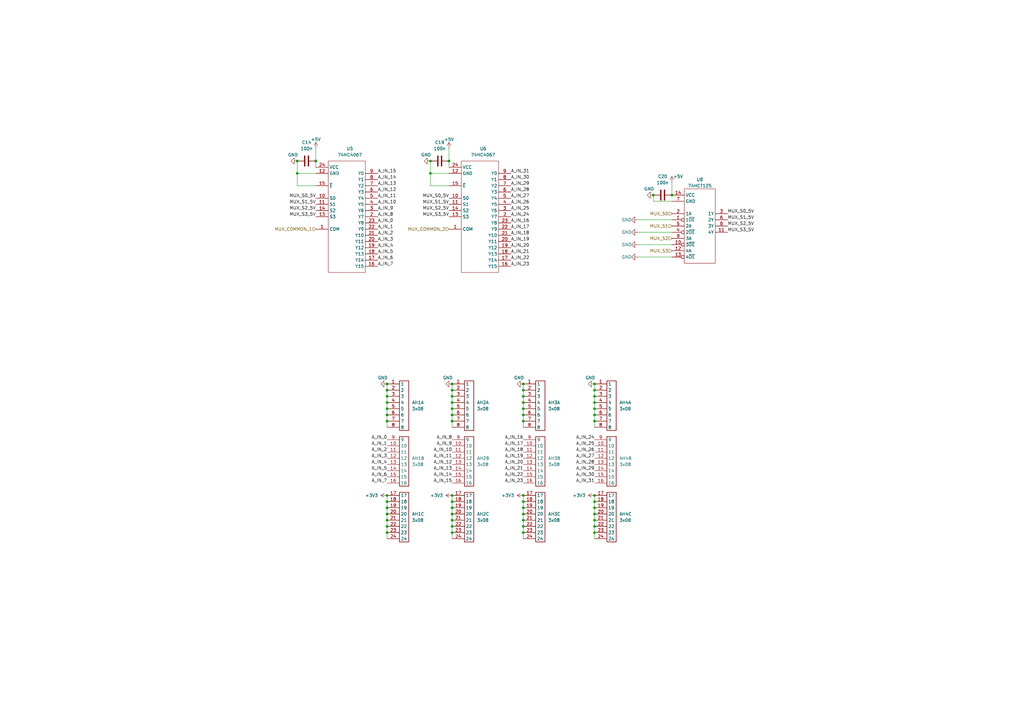
<source format=kicad_sch>
(kicad_sch (version 20211123) (generator eeschema)
  (paper "A3")
  (title_block (title "OpenDeck v2"))
  (lib_symbols
    (symbol "Device:C" (pin_numbers hide) (pin_names (offset 0.254))
      (property "Reference" "C" (at 0.635 2.54 0))
      (property "Value" "C" (at 0.635 -2.54 0))
      (symbol "C_0_1"
        (polyline (pts (xy -2.032 -0.762) (xy 2.032 -0.762)) (stroke (width 0.508)))
        (polyline (pts (xy -2.032 0.762) (xy 2.032 0.762)) (stroke (width 0.508)))
      )
      (symbol "C_1_1"
        (pin passive line (at 0 3.81 270) (length 2.794) (name "~") (number "1"))
        (pin passive line (at 0 -3.81 90) (length 2.794) (name "~") (number "2"))
      )
    )
    (symbol "Igor:3x08"
      (property "Reference" "J?" (at 1.27 24.13 0))
      (property "Value" "3x08" (at 1.27 21.59 0))
      (symbol "3x08_1_1"
        (rectangle (start 0 20.32) (end 3.81 0) (stroke (width 0.254)))
        (pin passive line (at -5.08 19.05 0) (length 5.08) (name "1") (number "1"))
        (pin passive line (at -5.08 16.51 0) (length 5.08) (name "2") (number "2"))
        (pin passive line (at -5.08 13.97 0) (length 5.08) (name "3") (number "3"))
        (pin passive line (at -5.08 11.43 0) (length 5.08) (name "4") (number "4"))
        (pin passive line (at -5.08 8.89 0) (length 5.08) (name "5") (number "5"))
        (pin passive line (at -5.08 6.35 0) (length 5.08) (name "6") (number "6"))
        (pin passive line (at -5.08 3.81 0) (length 5.08) (name "7") (number "7"))
        (pin passive line (at -5.08 1.27 0) (length 5.08) (name "8") (number "8"))
      )
      (symbol "3x08_2_1"
        (rectangle (start 0 20.32) (end 3.81 0) (stroke (width 0.254)))
        (pin passive line (at -5.08 16.51 0) (length 5.08) (name "10") (number "10"))
        (pin passive line (at -5.08 13.97 0) (length 5.08) (name "11") (number "11"))
        (pin passive line (at -5.08 11.43 0) (length 5.08) (name "12") (number "12"))
        (pin passive line (at -5.08 8.89 0) (length 5.08) (name "13") (number "13"))
        (pin passive line (at -5.08 6.35 0) (length 5.08) (name "14") (number "14"))
        (pin passive line (at -5.08 3.81 0) (length 5.08) (name "15") (number "15"))
        (pin passive line (at -5.08 1.27 0) (length 5.08) (name "16") (number "16"))
        (pin passive line (at -5.08 19.05 0) (length 5.08) (name "9") (number "9"))
      )
      (symbol "3x08_3_1"
        (rectangle (start 0 20.32) (end 3.81 0) (stroke (width 0.254)))
        (pin passive line (at -5.08 19.05 0) (length 5.08) (name "17") (number "17"))
        (pin passive line (at -5.08 16.51 0) (length 5.08) (name "18") (number "18"))
        (pin passive line (at -5.08 13.97 0) (length 5.08) (name "19") (number "19"))
        (pin passive line (at -5.08 11.43 0) (length 5.08) (name "20") (number "20"))
        (pin passive line (at -5.08 8.89 0) (length 5.08) (name "21") (number "21"))
        (pin passive line (at -5.08 6.35 0) (length 5.08) (name "22") (number "22"))
        (pin passive line (at -5.08 3.81 0) (length 5.08) (name "23") (number "23"))
        (pin passive line (at -5.08 1.27 0) (length 5.08) (name "24") (number "24"))
      )
    )
    (symbol "Igor:74AHCT125"
      (property "Reference" "U?" (at 6.35 34.29 0))
      (property "Value" "74AHCT125" (at 6.35 31.75 0))
      (symbol "74AHCT125_0_0"
        (pin power_in line (at -5.08 27.94 0) (length 5.08) (name "VCC") (number "14"))
      )
      (symbol "74AHCT125_0_1"
        (rectangle (start 0 30.48) (end 12.7 0))
      )
      (symbol "74AHCT125_1_1"
        (pin input inverted (at -5.08 17.78 0) (length 5.08) (name "1~{OE}") (number "1"))
        (pin input inverted (at -5.08 7.62 0) (length 5.08) (name "3~{OE}") (number "10"))
        (pin output line (at 17.78 12.7 180) (length 5.08) (name "4Y") (number "11"))
        (pin input line (at -5.08 5.08 0) (length 5.08) (name "4A") (number "12"))
        (pin input inverted (at -5.08 2.54 0) (length 5.08) (name "4~{OE}") (number "13"))
        (pin input line (at -5.08 20.32 0) (length 5.08) (name "1A") (number "2"))
        (pin output line (at 17.78 20.32 180) (length 5.08) (name "1Y") (number "3"))
        (pin input inverted (at -5.08 12.7 0) (length 5.08) (name "2~{OE}") (number "4"))
        (pin input line (at -5.08 15.24 0) (length 5.08) (name "2A") (number "5"))
        (pin output line (at 17.78 17.78 180) (length 5.08) (name "2Y") (number "6"))
        (pin power_in line (at -5.08 25.4 0) (length 5.08) (name "GND") (number "7"))
        (pin output line (at 17.78 15.24 180) (length 5.08) (name "3Y") (number "8"))
        (pin input line (at -5.08 10.16 0) (length 5.08) (name "3A") (number "9"))
      )
    )
    (symbol "Igor:74HC4067"
      (property "Reference" "U1" (at 6.35 49.53 0))
      (property "Value" "74HC4067" (at 2.54 46.99 0))
      (symbol "74HC4067_0_1"
        (rectangle (start 0 45.72) (end 15.24 0))
      )
      (symbol "74HC4067_1_1"
        (pin passive line (at -5.08 17.78 0) (length 5.08) (name "COM") (number "1"))
        (pin input line (at -5.08 30.48 0) (length 5.08) (name "S0") (number "10"))
        (pin input line (at -5.08 27.94 0) (length 5.08) (name "S1") (number "11"))
        (pin power_in line (at -5.08 40.64 0) (length 5.08) (name "GND") (number "12"))
        (pin input line (at -5.08 22.86 0) (length 5.08) (name "S3") (number "13"))
        (pin input line (at -5.08 25.4 0) (length 5.08) (name "S2") (number "14"))
        (pin input line (at -5.08 35.56 0) (length 5.08) (name "~{E}") (number "15"))
        (pin passive line (at 20.32 2.54 180) (length 5.08) (name "Y15") (number "16"))
        (pin passive line (at 20.32 5.08 180) (length 5.08) (name "Y14") (number "17"))
        (pin passive line (at 20.32 7.62 180) (length 5.08) (name "Y13") (number "18"))
        (pin passive line (at 20.32 10.16 180) (length 5.08) (name "Y12") (number "19"))
        (pin passive line (at 20.32 22.86 180) (length 5.08) (name "Y7") (number "2"))
        (pin passive line (at 20.32 12.7 180) (length 5.08) (name "Y11") (number "20"))
        (pin passive line (at 20.32 15.24 180) (length 5.08) (name "Y10") (number "21"))
        (pin passive line (at 20.32 17.78 180) (length 5.08) (name "Y9") (number "22"))
        (pin passive line (at 20.32 20.32 180) (length 5.08) (name "Y8") (number "23"))
        (pin power_in line (at -5.08 43.18 0) (length 5.08) (name "VCC") (number "24"))
        (pin passive line (at 20.32 25.4 180) (length 5.08) (name "Y6") (number "3"))
        (pin passive line (at 20.32 27.94 180) (length 5.08) (name "Y5") (number "4"))
        (pin passive line (at 20.32 30.48 180) (length 5.08) (name "Y4") (number "5"))
        (pin passive line (at 20.32 33.02 180) (length 5.08) (name "Y3") (number "6"))
        (pin passive line (at 20.32 35.56 180) (length 5.08) (name "Y2") (number "7"))
        (pin passive line (at 20.32 38.1 180) (length 5.08) (name "Y1") (number "8"))
        (pin passive line (at 20.32 40.64 180) (length 5.08) (name "Y0") (number "9"))
      )
    )
    (symbol "power:+3.3V" (power) (pin_names (offset 0))
      (property "Value" "+3.3V" (at 0 3.556 0))
      (symbol "+3.3V_0_1"
        (polyline (pts (xy -0.762 1.27) (xy 0 2.54)))
        (polyline (pts (xy 0 0) (xy 0 2.54)))
        (polyline (pts (xy 0 2.54) (xy 0.762 1.27)))
      )
      (symbol "+3.3V_1_1"
        (pin power_in line (at 0 0 90) (length 0) hide (name "+3V3") (number "1"))
      )
    )
    (symbol "power:+5V" (power) (pin_names (offset 0))
      (property "Value" "+5V" (at 0 3.556 0))
      (symbol "+5V_0_1"
        (polyline (pts (xy -0.762 1.27) (xy 0 2.54)))
        (polyline (pts (xy 0 0) (xy 0 2.54)))
        (polyline (pts (xy 0 2.54) (xy 0.762 1.27)))
      )
      (symbol "+5V_1_1"
        (pin power_in line (at 0 0 90) (length 0) hide (name "+5V") (number "1"))
      )
    )
    (symbol "power:GND" (power) (pin_names (offset 0))
      (property "Value" "GND" (at 0 -3.81 0))
      (symbol "GND_0_1"
        (polyline (pts (xy 0 0) (xy 0 -1.27) (xy 1.27 -1.27) (xy 0 -2.54) (xy -1.27 -1.27) (xy 0 -1.27)))
      )
      (symbol "GND_1_1"
        (pin power_in line (at 0 0 270) (length 0) hide (name "GND") (number "1"))
      )
    )
  )
  (junction (at 243.84 215.9))
  (junction (at 176.53 66.04))
  (junction (at 214.63 205.74))
  (junction (at 121.92 66.04))
  (junction (at 185.42 203.2))
  (junction (at 214.63 215.9))
  (junction (at 214.63 210.82))
  (junction (at 243.84 203.2))
  (junction (at 214.63 157.48))
  (junction (at 185.42 208.28))
  (junction (at 267.97 80.01))
  (junction (at 158.75 170.18))
  (junction (at 158.75 172.72))
  (junction (at 158.75 205.74))
  (junction (at 129.54 66.04))
  (junction (at 214.63 208.28))
  (junction (at 214.63 160.02))
  (junction (at 243.84 167.64))
  (junction (at 243.84 210.82))
  (junction (at 243.84 205.74))
  (junction (at 121.92 71.12))
  (junction (at 158.75 162.56))
  (junction (at 243.84 172.72))
  (junction (at 158.75 167.64))
  (junction (at 184.15 66.04))
  (junction (at 185.42 215.9))
  (junction (at 158.75 218.44))
  (junction (at 243.84 162.56))
  (junction (at 214.63 172.72))
  (junction (at 243.84 165.1))
  (junction (at 158.75 165.1))
  (junction (at 214.63 162.56))
  (junction (at 243.84 157.48))
  (junction (at 158.75 208.28))
  (junction (at 275.59 80.01))
  (junction (at 243.84 208.28))
  (junction (at 243.84 218.44))
  (junction (at 158.75 157.48))
  (junction (at 214.63 213.36))
  (junction (at 185.42 167.64))
  (junction (at 185.42 210.82))
  (junction (at 176.53 71.12))
  (junction (at 158.75 160.02))
  (junction (at 214.63 167.64))
  (junction (at 243.84 170.18))
  (junction (at 185.42 165.1))
  (junction (at 158.75 210.82))
  (junction (at 158.75 213.36))
  (junction (at 185.42 172.72))
  (junction (at 185.42 218.44))
  (junction (at 185.42 162.56))
  (junction (at 214.63 165.1))
  (junction (at 185.42 160.02))
  (junction (at 214.63 203.2))
  (junction (at 185.42 205.74))
  (junction (at 158.75 215.9))
  (junction (at 214.63 170.18))
  (junction (at 243.84 213.36))
  (junction (at 185.42 157.48))
  (junction (at 214.63 218.44))
  (junction (at 243.84 160.02))
  (junction (at 158.75 203.2))
  (junction (at 185.42 170.18))
  (junction (at 185.42 213.36))
  (wire (pts (xy 261.62 105.41) (xy 275.59 105.41)))
  (wire (pts (xy 121.92 71.12) (xy 121.92 66.04)))
  (wire (pts (xy 214.63 218.44) (xy 214.63 220.98)))
  (wire (pts (xy 185.42 172.72) (xy 185.42 175.26)))
  (wire (pts (xy 243.84 170.18) (xy 243.84 172.72)))
  (wire (pts (xy 214.63 215.9) (xy 214.63 218.44)))
  (wire (pts (xy 184.15 76.2) (xy 176.53 76.2)))
  (wire (pts (xy 158.75 210.82) (xy 158.75 213.36)))
  (wire (pts (xy 185.42 162.56) (xy 185.42 165.1)))
  (wire (pts (xy 261.62 100.33) (xy 275.59 100.33)))
  (wire (pts (xy 243.84 157.48) (xy 243.84 160.02)))
  (wire (pts (xy 129.54 60.96) (xy 129.54 66.04)))
  (wire (pts (xy 129.54 71.12) (xy 121.92 71.12)))
  (wire (pts (xy 185.42 170.18) (xy 185.42 172.72)))
  (wire (pts (xy 214.63 167.64) (xy 214.63 170.18)))
  (wire (pts (xy 158.75 213.36) (xy 158.75 215.9)))
  (wire (pts (xy 185.42 157.48) (xy 185.42 160.02)))
  (wire (pts (xy 261.62 95.25) (xy 275.59 95.25)))
  (wire (pts (xy 243.84 213.36) (xy 243.84 215.9)))
  (wire (pts (xy 121.92 76.2) (xy 121.92 71.12)))
  (wire (pts (xy 214.63 165.1) (xy 214.63 167.64)))
  (wire (pts (xy 243.84 167.64) (xy 243.84 170.18)))
  (wire (pts (xy 214.63 170.18) (xy 214.63 172.72)))
  (wire (pts (xy 214.63 210.82) (xy 214.63 213.36)))
  (wire (pts (xy 185.42 203.2) (xy 185.42 205.74)))
  (wire (pts (xy 158.75 160.02) (xy 158.75 162.56)))
  (wire (pts (xy 243.84 172.72) (xy 243.84 175.26)))
  (wire (pts (xy 158.75 218.44) (xy 158.75 220.98)))
  (wire (pts (xy 185.42 208.28) (xy 185.42 210.82)))
  (wire (pts (xy 158.75 157.48) (xy 158.75 160.02)))
  (wire (pts (xy 185.42 167.64) (xy 185.42 170.18)))
  (wire (pts (xy 158.75 165.1) (xy 158.75 167.64)))
  (wire (pts (xy 243.84 210.82) (xy 243.84 213.36)))
  (wire (pts (xy 158.75 203.2) (xy 158.75 205.74)))
  (wire (pts (xy 158.75 205.74) (xy 158.75 208.28)))
  (wire (pts (xy 184.15 60.96) (xy 184.15 66.04)))
  (wire (pts (xy 214.63 160.02) (xy 214.63 162.56)))
  (wire (pts (xy 243.84 160.02) (xy 243.84 162.56)))
  (wire (pts (xy 185.42 215.9) (xy 185.42 218.44)))
  (wire (pts (xy 176.53 71.12) (xy 176.53 66.04)))
  (wire (pts (xy 158.75 208.28) (xy 158.75 210.82)))
  (wire (pts (xy 243.84 215.9) (xy 243.84 218.44)))
  (wire (pts (xy 129.54 66.04) (xy 129.54 68.58)))
  (wire (pts (xy 243.84 208.28) (xy 243.84 210.82)))
  (wire (pts (xy 185.42 165.1) (xy 185.42 167.64)))
  (wire (pts (xy 243.84 205.74) (xy 243.84 208.28)))
  (wire (pts (xy 184.15 66.04) (xy 184.15 68.58)))
  (wire (pts (xy 129.54 76.2) (xy 121.92 76.2)))
  (wire (pts (xy 243.84 218.44) (xy 243.84 220.98)))
  (wire (pts (xy 185.42 160.02) (xy 185.42 162.56)))
  (wire (pts (xy 214.63 213.36) (xy 214.63 215.9)))
  (wire (pts (xy 158.75 162.56) (xy 158.75 165.1)))
  (wire (pts (xy 214.63 157.48) (xy 214.63 160.02)))
  (wire (pts (xy 214.63 172.72) (xy 214.63 175.26)))
  (wire (pts (xy 214.63 203.2) (xy 214.63 205.74)))
  (wire (pts (xy 158.75 170.18) (xy 158.75 172.72)))
  (wire (pts (xy 158.75 215.9) (xy 158.75 218.44)))
  (wire (pts (xy 158.75 172.72) (xy 158.75 175.26)))
  (wire (pts (xy 185.42 218.44) (xy 185.42 220.98)))
  (wire (pts (xy 267.97 82.55) (xy 267.97 80.01)))
  (wire (pts (xy 243.84 162.56) (xy 243.84 165.1)))
  (wire (pts (xy 214.63 162.56) (xy 214.63 165.1)))
  (wire (pts (xy 176.53 76.2) (xy 176.53 71.12)))
  (wire (pts (xy 243.84 165.1) (xy 243.84 167.64)))
  (wire (pts (xy 275.59 82.55) (xy 267.97 82.55)))
  (wire (pts (xy 243.84 203.2) (xy 243.84 205.74)))
  (wire (pts (xy 261.62 90.17) (xy 275.59 90.17)))
  (wire (pts (xy 275.59 74.93) (xy 275.59 80.01)))
  (wire (pts (xy 185.42 210.82) (xy 185.42 213.36)))
  (wire (pts (xy 158.75 167.64) (xy 158.75 170.18)))
  (wire (pts (xy 185.42 213.36) (xy 185.42 215.9)))
  (wire (pts (xy 184.15 71.12) (xy 176.53 71.12)))
  (wire (pts (xy 214.63 205.74) (xy 214.63 208.28)))
  (wire (pts (xy 185.42 205.74) (xy 185.42 208.28)))
  (wire (pts (xy 214.63 208.28) (xy 214.63 210.82)))
  (label "A_IN_24" (at 209.55 88.9 0))
  (label "A_IN_30" (at 243.84 195.58 180))
  (label "A_IN_0" (at 158.75 180.34 180))
  (label "A_IN_17" (at 214.63 182.88 180))
  (label "A_IN_14" (at 185.42 195.58 180))
  (label "A_IN_7" (at 154.94 109.22 0))
  (label "A_IN_5" (at 158.75 193.04 180))
  (label "A_IN_21" (at 214.63 193.04 180))
  (label "A_IN_28" (at 209.55 78.74 0))
  (label "A_IN_22" (at 209.55 106.68 0))
  (label "A_IN_31" (at 243.84 198.12 180))
  (label "A_IN_13" (at 185.42 193.04 180))
  (label "A_IN_11" (at 185.42 187.96 180))
  (label "A_IN_31" (at 209.55 71.12 0))
  (label "A_IN_27" (at 243.84 187.96 180))
  (label "MUX_S2_5V" (at 184.15 86.36 180))
  (label "A_IN_6" (at 158.75 195.58 180))
  (label "A_IN_9" (at 185.42 182.88 180))
  (label "A_IN_3" (at 158.75 187.96 180))
  (label "A_IN_14" (at 154.94 73.66 0))
  (label "A_IN_21" (at 209.55 104.14 0))
  (label "A_IN_29" (at 209.55 76.2 0))
  (label "A_IN_8" (at 185.42 180.34 180))
  (label "A_IN_2" (at 154.94 96.52 0))
  (label "MUX_S3_5V" (at 298.45 95.25 0))
  (label "A_IN_2" (at 158.75 185.42 180))
  (label "MUX_S1_5V" (at 184.15 83.82 180))
  (label "A_IN_16" (at 209.55 91.44 0))
  (label "A_IN_8" (at 154.94 88.9 0))
  (label "A_IN_26" (at 243.84 185.42 180))
  (label "A_IN_23" (at 209.55 109.22 0))
  (label "A_IN_1" (at 154.94 93.98 0))
  (label "A_IN_27" (at 209.55 81.28 0))
  (label "A_IN_18" (at 214.63 185.42 180))
  (label "A_IN_13" (at 154.94 76.2 0))
  (label "MUX_S0_5V" (at 184.15 81.28 180))
  (label "MUX_S2_5V" (at 298.45 92.71 0))
  (label "A_IN_4" (at 158.75 190.5 180))
  (label "A_IN_4" (at 154.94 101.6 0))
  (label "A_IN_1" (at 158.75 182.88 180))
  (label "MUX_S2_5V" (at 129.54 86.36 180))
  (label "A_IN_15" (at 154.94 71.12 0))
  (label "A_IN_11" (at 154.94 81.28 0))
  (label "A_IN_19" (at 214.63 187.96 180))
  (label "A_IN_20" (at 209.55 101.6 0))
  (label "A_IN_28" (at 243.84 190.5 180))
  (label "MUX_S3_5V" (at 129.54 88.9 180))
  (label "A_IN_7" (at 158.75 198.12 180))
  (label "A_IN_10" (at 185.42 185.42 180))
  (label "A_IN_0" (at 154.94 91.44 0))
  (label "MUX_S1_5V" (at 298.45 90.17 0))
  (label "A_IN_29" (at 243.84 193.04 180))
  (label "A_IN_23" (at 214.63 198.12 180))
  (label "A_IN_10" (at 154.94 83.82 0))
  (label "A_IN_26" (at 209.55 83.82 0))
  (label "A_IN_15" (at 185.42 198.12 180))
  (label "A_IN_25" (at 209.55 86.36 0))
  (label "MUX_S3_5V" (at 184.15 88.9 180))
  (label "A_IN_30" (at 209.55 73.66 0))
  (label "A_IN_9" (at 154.94 86.36 0))
  (label "A_IN_12" (at 154.94 78.74 0))
  (label "A_IN_5" (at 154.94 104.14 0))
  (label "MUX_S0_5V" (at 298.45 87.63 0))
  (label "A_IN_19" (at 209.55 99.06 0))
  (label "A_IN_17" (at 209.55 93.98 0))
  (label "A_IN_16" (at 214.63 180.34 180))
  (label "A_IN_25" (at 243.84 182.88 180))
  (label "A_IN_12" (at 185.42 190.5 180))
  (label "MUX_S1_5V" (at 129.54 83.82 180))
  (label "A_IN_6" (at 154.94 106.68 0))
  (label "A_IN_22" (at 214.63 195.58 180))
  (label "A_IN_18" (at 209.55 96.52 0))
  (label "MUX_S0_5V" (at 129.54 81.28 180))
  (label "A_IN_3" (at 154.94 99.06 0))
  (label "A_IN_24" (at 243.84 180.34 180))
  (label "A_IN_20" (at 214.63 190.5 180))
  (hierarchical_label "MUX_S1" (shape input) (at 275.59 92.71 180))
  (hierarchical_label "MUX_S0" (shape input) (at 275.59 87.63 180))
  (hierarchical_label "MUX_COMMON_2" (shape input) (at 184.15 93.98 180))
  (hierarchical_label "MUX_COMMON_1" (shape input) (at 129.54 93.98 180))
  (hierarchical_label "MUX_S2" (shape input) (at 275.59 97.79 180))
  (hierarchical_label "MUX_S3" (shape input) (at 275.59 102.87 180))
  (symbol (lib_id "Igor:3x08") (at 248.92 199.39 0) (unit 2)
    (property "Reference" "AH4" (at 254 187.9599 0) (effects (justify left)))
    (property "Value" "3x08" (at 254 190.4999 0) (effects (justify left)))
    (property "Footprint" "Igor:3x08" (effects hide))
  )
  (symbol (lib_id "Igor:74HC4067") (at 189.23 111.76 0) (unit 1)
    (property "Reference" "U6" (at 198.12 60.96 0))
    (property "Value" "74HC4067" (at 198.12 63.5 0))
    (property "Footprint" "Package_SO:SOIC-24W_7.5x15.4mm_P1.27mm" (effects hide))
    (property "LCSC" "C496123" (effects hide))
  )
  (symbol (lib_id "power:+5V") (at 129.54 60.96 0) (unit 1)
    (property "Reference" "#PWR0117" (effects hide))
    (property "Value" "+5V" (at 129.54 57.15 0))
  )
  (symbol (lib_id "power:GND") (at 176.53 66.04 270) (unit 1)
    (property "Reference" "#PWR0118" (effects hide))
    (property "Value" "GND" (at 172.72 63.5 90) (effects (justify left)))
  )
  (symbol (lib_id "Igor:3x08") (at 248.92 222.25 0) (unit 3)
    (property "Reference" "AH4" (at 254 210.8199 0) (effects (justify left)))
    (property "Value" "3x08" (at 254 213.3599 0) (effects (justify left)))
    (property "Footprint" "Igor:3x08" (effects hide))
  )
  (symbol (lib_id "power:+5V") (at 275.59 74.93 0) (unit 1)
    (property "Reference" "#PWR0124" (effects hide))
    (property "Value" "+5V" (at 278.13 72.39 0))
  )
  (symbol (lib_id "power:+3.3V") (at 158.75 203.2 90) (unit 1)
    (property "Reference" "#PWR0168" (effects hide))
    (property "Value" "+3.3V" (at 152.4 203.2 90))
  )
  (symbol (lib_id "power:GND") (at 121.92 66.04 270) (unit 1)
    (property "Reference" "#PWR0116" (effects hide))
    (property "Value" "GND" (at 118.11 63.5 90) (effects (justify left)))
  )
  (symbol (lib_id "Igor:3x08") (at 163.83 199.39 0) (unit 2)
    (property "Reference" "AH1" (at 168.91 187.9599 0) (effects (justify left)))
    (property "Value" "3x08" (at 168.91 190.4999 0) (effects (justify left)))
    (property "Footprint" "Igor:3x08" (effects hide))
  )
  (symbol (lib_id "Igor:3x08") (at 219.71 222.25 0) (unit 3)
    (property "Reference" "AH3" (at 224.79 210.8199 0) (effects (justify left)))
    (property "Value" "3x08" (at 224.79 213.3599 0) (effects (justify left)))
    (property "Footprint" "Igor:3x08" (effects hide))
  )
  (symbol (lib_id "power:GND") (at 185.42 157.48 270) (unit 1)
    (property "Reference" "#PWR02" (effects hide))
    (property "Value" "GND" (at 181.61 154.94 90) (effects (justify left)))
  )
  (symbol (lib_id "Igor:74HC4067") (at 134.62 111.76 0) (unit 1)
    (property "Reference" "U5" (at 143.51 60.96 0))
    (property "Value" "74HC4067" (at 143.51 63.5 0))
    (property "Footprint" "Package_SO:SOIC-24W_7.5x15.4mm_P1.27mm" (effects hide))
    (property "LCSC" "C496123" (effects hide))
  )
  (symbol (lib_id "power:GND") (at 261.62 100.33 270) (unit 1)
    (property "Reference" "#PWR0121" (effects hide))
    (property "Value" "GND" (at 259.08 100.33 90) (effects (justify right)))
  )
  (symbol (lib_id "power:GND") (at 261.62 105.41 270) (unit 1)
    (property "Reference" "#PWR0122" (effects hide))
    (property "Value" "GND" (at 259.08 105.41 90) (effects (justify right)))
  )
  (symbol (lib_id "power:GND") (at 261.62 90.17 270) (unit 1)
    (property "Reference" "#PWR0119" (effects hide))
    (property "Value" "GND" (at 259.08 90.17 90) (effects (justify right)))
  )
  (symbol (lib_id "Device:C") (at 125.73 66.04 90) (unit 1)
    (property "Reference" "C14" (at 125.73 58.42 90))
    (property "Value" "100n" (at 125.73 60.96 90))
    (property "Footprint" "Capacitor_SMD:C_0402_1005Metric" (effects hide))
    (property "LCSC" "C1525" (effects hide))
  )
  (symbol (lib_id "Device:C") (at 180.34 66.04 90) (unit 1)
    (property "Reference" "C19" (at 180.34 58.42 90))
    (property "Value" "100n" (at 180.34 60.96 90))
    (property "Footprint" "Capacitor_SMD:C_0402_1005Metric" (effects hide))
    (property "LCSC" "C1525" (effects hide))
  )
  (symbol (lib_id "Igor:3x08") (at 190.5 222.25 0) (unit 3)
    (property "Reference" "AH2" (at 195.58 210.8199 0) (effects (justify left)))
    (property "Value" "3x08" (at 195.58 213.3599 0) (effects (justify left)))
    (property "Footprint" "Igor:3x08" (effects hide))
  )
  (symbol (lib_id "Igor:3x08") (at 190.5 176.53 0) (unit 1)
    (property "Reference" "AH2" (at 195.58 165.0999 0) (effects (justify left)))
    (property "Value" "3x08" (at 195.58 167.6399 0) (effects (justify left)))
    (property "Footprint" "Igor:3x08" (effects hide))
  )
  (symbol (lib_id "Igor:3x08") (at 190.5 199.39 0) (unit 2)
    (property "Reference" "AH2" (at 195.58 187.9599 0) (effects (justify left)))
    (property "Value" "3x08" (at 195.58 190.4999 0) (effects (justify left)))
    (property "Footprint" "Igor:3x08" (effects hide))
  )
  (symbol (lib_id "power:+5V") (at 184.15 60.96 0) (unit 1)
    (property "Reference" "#PWR0115" (effects hide))
    (property "Value" "+5V" (at 184.15 57.15 0))
  )
  (symbol (lib_id "power:GND") (at 267.97 80.01 270) (unit 1)
    (property "Reference" "#PWR0123" (effects hide))
    (property "Value" "GND" (at 264.16 77.47 90) (effects (justify left)))
  )
  (symbol (lib_id "power:+3.3V") (at 214.63 203.2 90) (unit 1)
    (property "Reference" "#PWR0166" (effects hide))
    (property "Value" "+3.3V" (at 208.28 203.2 90))
  )
  (symbol (lib_id "power:GND") (at 158.75 157.48 270) (unit 1)
    (property "Reference" "#PWR01" (effects hide))
    (property "Value" "GND" (at 154.94 154.94 90) (effects (justify left)))
  )
  (symbol (lib_id "power:+3.3V") (at 185.42 203.2 90) (unit 1)
    (property "Reference" "#PWR0169" (effects hide))
    (property "Value" "+3.3V" (at 179.07 203.2 90))
  )
  (symbol (lib_id "Igor:3x08") (at 163.83 176.53 0) (unit 1)
    (property "Reference" "AH1" (at 168.91 165.0999 0) (effects (justify left)))
    (property "Value" "3x08" (at 168.91 167.6399 0) (effects (justify left)))
    (property "Footprint" "Igor:3x08" (effects hide))
  )
  (symbol (lib_id "power:GND") (at 214.63 157.48 270) (unit 1)
    (property "Reference" "#PWR0125" (effects hide))
    (property "Value" "GND" (at 210.82 154.94 90) (effects (justify left)))
  )
  (symbol (lib_id "Igor:3x08") (at 248.92 176.53 0) (unit 1)
    (property "Reference" "AH4" (at 254 165.0999 0) (effects (justify left)))
    (property "Value" "3x08" (at 254 167.6399 0) (effects (justify left)))
    (property "Footprint" "Igor:3x08" (effects hide))
  )
  (symbol (lib_id "Igor:3x08") (at 219.71 176.53 0) (unit 1)
    (property "Reference" "AH3" (at 224.79 165.0999 0) (effects (justify left)))
    (property "Value" "3x08" (at 224.79 167.6399 0) (effects (justify left)))
    (property "Footprint" "Igor:3x08" (effects hide))
  )
  (symbol (lib_id "Igor:3x08") (at 219.71 199.39 0) (unit 2)
    (property "Reference" "AH3" (at 224.79 187.9599 0) (effects (justify left)))
    (property "Value" "3x08" (at 224.79 190.4999 0) (effects (justify left)))
    (property "Footprint" "Igor:3x08" (effects hide))
  )
  (symbol (lib_id "power:+3.3V") (at 243.84 203.2 90) (unit 1)
    (property "Reference" "#PWR0167" (effects hide))
    (property "Value" "+3.3V" (at 237.49 203.2 90))
  )
  (symbol (lib_id "Igor:74AHCT125") (at 280.67 107.95 0) (unit 1)
    (property "Reference" "U8" (at 287.02 73.66 0))
    (property "Value" "74HCT125" (at 287.02 76.2 0))
    (property "Footprint" "Package_SO:TSSOP-14_4.4x5mm_P0.65mm" (effects hide))
    (property "LCSC" "C36365" (effects hide))
  )
  (symbol (lib_id "Igor:3x08") (at 163.83 222.25 0) (unit 3)
    (property "Reference" "AH1" (at 168.91 210.8199 0) (effects (justify left)))
    (property "Value" "3x08" (at 168.91 213.3599 0) (effects (justify left)))
    (property "Footprint" "Igor:3x08" (effects hide))
  )
  (symbol (lib_id "Device:C") (at 271.78 80.01 90) (unit 1)
    (property "Reference" "C20" (at 271.78 72.39 90))
    (property "Value" "100n" (at 271.78 74.93 90))
    (property "Footprint" "Capacitor_SMD:C_0402_1005Metric" (effects hide))
    (property "LCSC" "C1525" (effects hide))
  )
  (symbol (lib_id "power:GND") (at 243.84 157.48 270) (unit 1)
    (property "Reference" "#PWR0126" (effects hide))
    (property "Value" "GND" (at 240.03 154.94 90) (effects (justify left)))
  )
  (symbol (lib_id "power:GND") (at 261.62 95.25 270) (unit 1)
    (property "Reference" "#PWR0120" (effects hide))
    (property "Value" "GND" (at 259.08 95.25 90) (effects (justify right)))
  )
)
</source>
